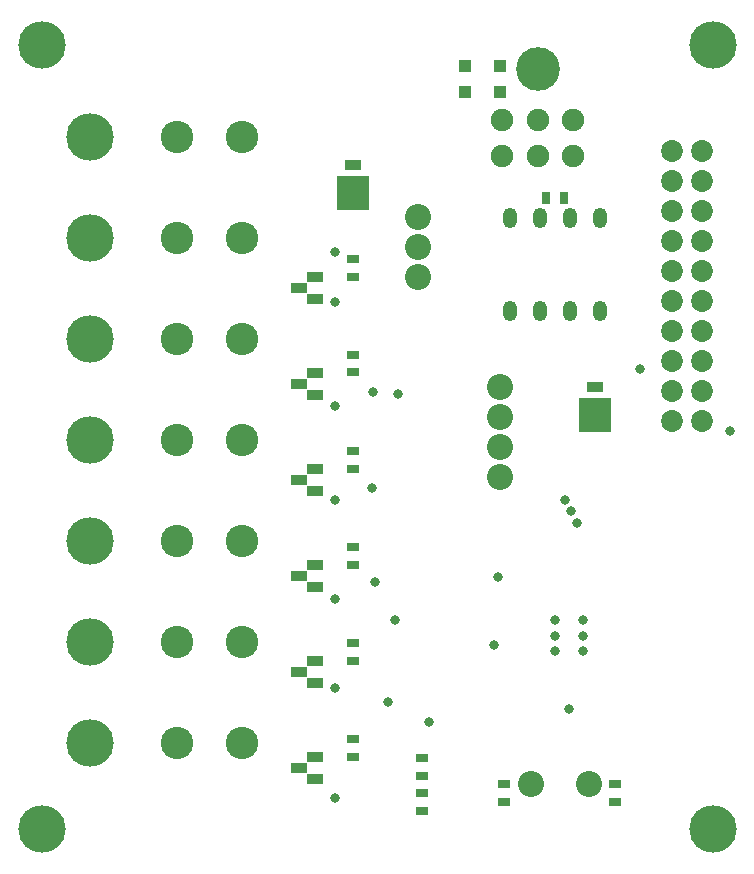
<source format=gbs>
G04 Layer_Color=16711935*
%FSLAX44Y44*%
%MOMM*%
G71*
G01*
G75*
%ADD40R,1.0032X0.7032*%
%ADD42R,0.7032X1.0032*%
%ADD46R,2.7432X2.8702*%
%ADD47R,1.4732X0.9652*%
%ADD50C,2.2032*%
%ADD51C,4.0132*%
%ADD52C,1.8542*%
%ADD53C,2.7432*%
%ADD54C,1.9032*%
%ADD55C,3.7032*%
%ADD56O,1.2192X1.7272*%
%ADD57C,0.8382*%
%ADD58R,1.0032X1.0032*%
%ADD59R,1.4532X0.8532*%
D40*
X564199Y195858D02*
D03*
Y180858D02*
D03*
Y151303D02*
D03*
Y166303D02*
D03*
X633019Y173626D02*
D03*
Y158626D02*
D03*
X727056Y173626D02*
D03*
Y158626D02*
D03*
X505612Y603116D02*
D03*
Y618117D02*
D03*
Y522246D02*
D03*
Y537246D02*
D03*
Y440584D02*
D03*
Y455584D02*
D03*
Y359258D02*
D03*
Y374258D02*
D03*
Y277997D02*
D03*
Y292997D02*
D03*
Y196736D02*
D03*
Y211736D02*
D03*
D42*
X683917Y669978D02*
D03*
X668917D02*
D03*
D46*
X505460Y674370D02*
D03*
X709996Y486234D02*
D03*
D47*
X505460Y697865D02*
D03*
X709996Y509729D02*
D03*
D50*
X656424Y173753D02*
D03*
X705225D02*
D03*
X629757Y484679D02*
D03*
Y510079D02*
D03*
Y459280D02*
D03*
Y433880D02*
D03*
X560474Y603371D02*
D03*
Y628771D02*
D03*
Y654171D02*
D03*
D51*
X810043Y135394D02*
D03*
X241903Y135321D02*
D03*
X810043Y799779D02*
D03*
X241903Y799706D02*
D03*
X283210Y721360D02*
D03*
Y635847D02*
D03*
Y550333D02*
D03*
Y464820D02*
D03*
Y379307D02*
D03*
Y293793D02*
D03*
Y208280D02*
D03*
D52*
X800963Y709626D02*
D03*
X775563D02*
D03*
Y684226D02*
D03*
X800963D02*
D03*
Y633426D02*
D03*
X775563D02*
D03*
Y658826D02*
D03*
X800963D02*
D03*
Y557226D02*
D03*
X775563D02*
D03*
Y531826D02*
D03*
X800963D02*
D03*
Y582626D02*
D03*
X775563D02*
D03*
Y608026D02*
D03*
X800963D02*
D03*
Y481026D02*
D03*
X775563D02*
D03*
Y506426D02*
D03*
X800963D02*
D03*
D53*
X356108Y721360D02*
D03*
X411226D02*
D03*
X356108Y635847D02*
D03*
X411226D02*
D03*
X356108Y550333D02*
D03*
X411226D02*
D03*
X356108Y464820D02*
D03*
X411226D02*
D03*
X356108Y379307D02*
D03*
X411226D02*
D03*
X356108Y293793D02*
D03*
X411226D02*
D03*
X356108Y208280D02*
D03*
X411226D02*
D03*
D54*
X631757Y705612D02*
D03*
X661757D02*
D03*
X691757D02*
D03*
Y735612D02*
D03*
X631757D02*
D03*
X661757D02*
D03*
D55*
Y778812D02*
D03*
D56*
X714465Y653130D02*
D03*
X638265D02*
D03*
X714465Y574390D02*
D03*
X638265D02*
D03*
X689065D02*
D03*
X663665D02*
D03*
Y653130D02*
D03*
X689065D02*
D03*
D57*
X490664Y624193D02*
D03*
Y582152D02*
D03*
Y493924D02*
D03*
Y414282D02*
D03*
Y330199D02*
D03*
Y255294D02*
D03*
Y162329D02*
D03*
X700396Y286165D02*
D03*
Y299465D02*
D03*
Y312765D02*
D03*
X676155Y286165D02*
D03*
Y299465D02*
D03*
Y312765D02*
D03*
X689898Y404623D02*
D03*
X694841Y395018D02*
D03*
X824955Y472312D02*
D03*
X569901Y225944D02*
D03*
X688312Y237748D02*
D03*
X624907Y291878D02*
D03*
X628178Y348776D02*
D03*
X748571Y525540D02*
D03*
X684955Y414228D02*
D03*
X534782Y242955D02*
D03*
X540820Y312299D02*
D03*
X524074Y344472D02*
D03*
X521364Y424639D02*
D03*
X522203Y505709D02*
D03*
X543246Y503675D02*
D03*
D58*
X600096Y759792D02*
D03*
Y781792D02*
D03*
X630096Y759792D02*
D03*
Y781792D02*
D03*
D59*
X473070Y584139D02*
D03*
X459570Y593639D02*
D03*
X473070Y502859D02*
D03*
X459570Y512359D02*
D03*
X473070Y421579D02*
D03*
X459570Y431079D02*
D03*
X473070Y340299D02*
D03*
X459570Y349799D02*
D03*
X473070Y259019D02*
D03*
X459570Y268519D02*
D03*
X473070Y196739D02*
D03*
Y177739D02*
D03*
X459570Y187239D02*
D03*
X473070Y359299D02*
D03*
Y278019D02*
D03*
Y440579D02*
D03*
Y521859D02*
D03*
Y603139D02*
D03*
M02*

</source>
